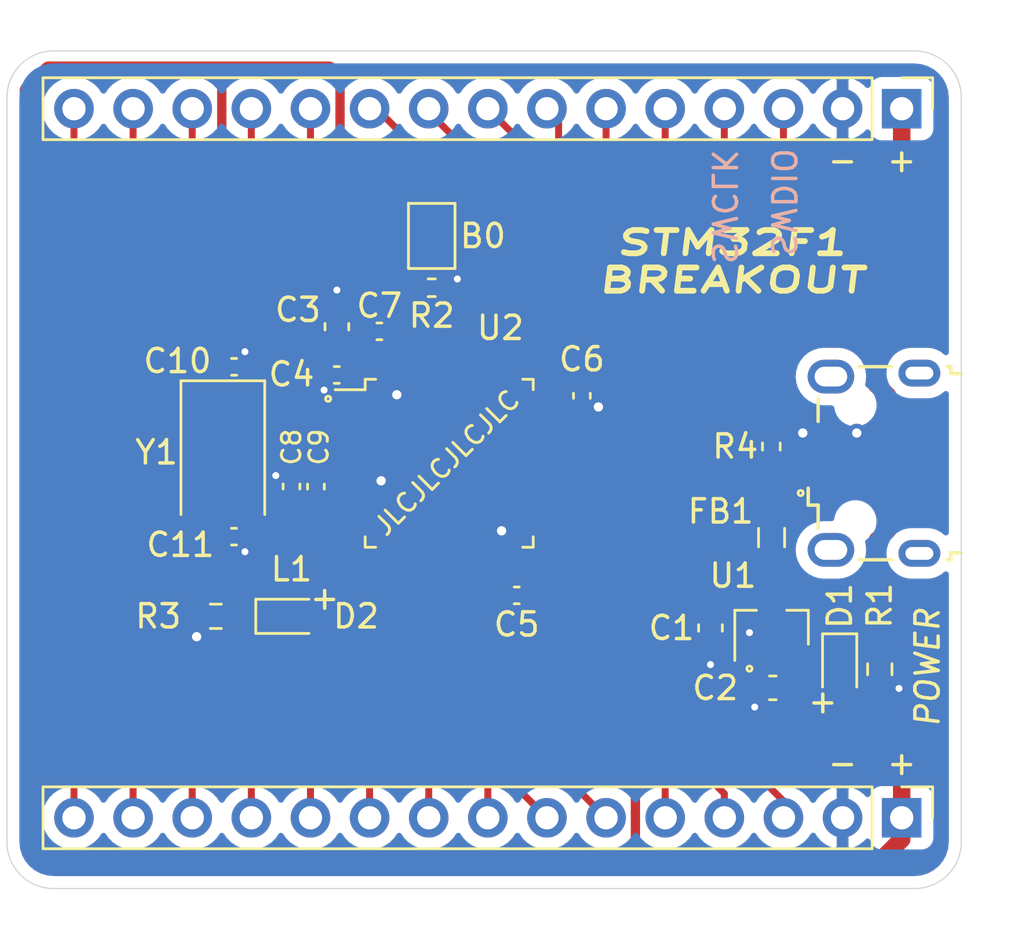
<source format=kicad_pcb>
(kicad_pcb (version 20211014) (generator pcbnew)
  (layers (0 "F.Cu" signal) (31 "B.Cu" signal) (34 "B.Paste" user) (35 "F.Paste" user) (36 "B.SilkS" user "B.Silkscreen") (37 "F.SilkS" user "F.Silkscreen") (38 "B.Mask" user) (39 "F.Mask" user) (44 "Edge.Cuts" user))
  (net 0 "")
  (net 1 "GND")
  (net 2 "VCC")
  (net 3 "+3V3")
  (net 4 "+3.3VA")
  (net 5 "/HSE_OUT")
  (net 6 "/HSE_IN")
  (net 7 "Net-(D1-Pad1)")
  (net 8 "/LED_STAT")
  (net 9 "Net-(D2-Pad1)")
  (net 10 "+5V")
  (net 11 "USB_D+")
  (net 12 "USB_D-")
  (net 13 "PC15")
  (net 14 "PC14")
  (net 15 "PC13")
  (net 16 "PB9")
  (net 17 "PB8")
  (net 18 "PB7")
  (net 19 "PB6")
  (net 20 "PB5")
  (net 21 "PB4")
  (net 22 "SWO")
  (net 23 "SWDIO")
  (net 24 "SWCLK")
  (net 25 "PA3")
  (net 26 "PA4")
  (net 27 "PA5")
  (net 28 "PA6")
  (net 29 "PA7")
  (net 30 "PB0")
  (net 31 "PB1")
  (net 32 "PB2")
  (net 33 "PB10")
  (net 34 "PB11")
  (net 35 "PA8")
  (net 36 "PA9")
  (net 37 "PA10")
  (net 38 "/BOOT0")
  (net 39 "PA15")
  (footprint "Capacitor_SMD:C_0603_1608Metric" (layer "F.Cu") (at 83.225 52.8 -90)
    (fp_text reference "C1" (at 0 1.675) (layer "F.SilkS"))
    (fp_text value "1u")
    (pad "1" smd roundrect locked (at -0.775 0 270) (size 0.9 0.95) (layers "F.Cu" "F.Paste" "F.Mask") (net 2 "VCC"))
    (pad "2" smd roundrect locked (at 0.775 0 270) (size 0.9 0.95) (layers "F.Cu" "F.Paste" "F.Mask") (net 1 "GND"))
  )
  (footprint "Capacitor_SMD:C_0603_1608Metric" (layer "F.Cu") (at 85.9 55.375 180)
    (fp_text reference "C2" (at 2.47 -0.005) (layer "F.SilkS"))
    (fp_text value "1u")
    (pad "1" smd roundrect locked (at -0.775 0 180) (size 0.9 0.95) (layers "F.Cu" "F.Paste" "F.Mask") (net 3 "+3V3"))
    (pad "2" smd roundrect locked (at 0.775 0 180) (size 0.9 0.95) (layers "F.Cu" "F.Paste" "F.Mask") (net 1 "GND"))
  )
  (footprint "Capacitor_SMD:C_0603_1608Metric" (layer "F.Cu") (at 67.175 39.85 90)
    (fp_text reference "C3" (at 0.725 -1.675 180) (layer "F.SilkS"))
    (fp_text value "4u7")
    (pad "1" smd roundrect locked (at -0.775 0 90) (size 0.9 0.95) (layers "F.Cu" "F.Paste" "F.Mask") (net 3 "+3V3"))
    (pad "2" smd roundrect locked (at 0.775 0 90) (size 0.9 0.95) (layers "F.Cu" "F.Paste" "F.Mask") (net 1 "GND"))
  )
  (footprint "Capacitor_SMD:C_0402_1005Metric" (layer "F.Cu") (at 67.17 41.925 180)
    (fp_text reference "C4" (at 1.945 0.025 180) (layer "F.SilkS"))
    (fp_text value "100n")
    (pad "1" smd roundrect locked (at -0.48 0 180) (size 0.56 0.62) (layers "F.Cu" "F.Paste" "F.Mask") (net 3 "+3V3"))
    (pad "2" smd roundrect locked (at 0.48 0 180) (size 0.56 0.62) (layers "F.Cu" "F.Paste" "F.Mask") (net 1 "GND"))
  )
  (footprint "Capacitor_SMD:C_0402_1005Metric" (layer "F.Cu") (at 74.9 51.4 180)
    (fp_text reference "C5" (at 0 -1.25) (layer "F.SilkS"))
    (fp_text value "100n")
    (pad "1" smd roundrect locked (at -0.48 0 180) (size 0.56 0.62) (layers "F.Cu" "F.Paste" "F.Mask") (net 3 "+3V3"))
    (pad "2" smd roundrect locked (at 0.48 0 180) (size 0.56 0.62) (layers "F.Cu" "F.Paste" "F.Mask") (net 1 "GND"))
  )
  (footprint "Capacitor_SMD:C_0402_1005Metric" (layer "F.Cu") (at 77.7 42.82 -90)
    (fp_text reference "C6" (at -1.57 0 180) (layer "F.SilkS"))
    (fp_text value "100n")
    (pad "1" smd roundrect locked (at -0.48 0 270) (size 0.56 0.62) (layers "F.Cu" "F.Paste" "F.Mask") (net 3 "+3V3"))
    (pad "2" smd roundrect locked (at 0.48 0 270) (size 0.56 0.62) (layers "F.Cu" "F.Paste" "F.Mask") (net 1 "GND"))
  )
  (footprint "Capacitor_SMD:C_0402_1005Metric" (layer "F.Cu") (at 69 40.05)
    (fp_text reference "C7" (at 0 -1.1) (layer "F.SilkS"))
    (fp_text value "100n")
    (pad "1" smd roundrect locked (at -0.48 0) (size 0.56 0.62) (layers "F.Cu" "F.Paste" "F.Mask") (net 3 "+3V3"))
    (pad "2" smd roundrect locked (at 0.48 0) (size 0.56 0.62) (layers "F.Cu" "F.Paste" "F.Mask") (net 1 "GND"))
  )
  (footprint "Capacitor_SMD:C_0402_1005Metric" (layer "F.Cu") (at 65.225 46.72 90)
    (fp_text reference "C8" (at 1.695 0 90) (layer "F.SilkS") (effects (font (size 0.8 0.8) (thickness 0.125))))
    (fp_text value "1u")
    (pad "1" smd roundrect locked (at -0.48 0 90) (size 0.56 0.62) (layers "F.Cu" "F.Paste" "F.Mask") (net 4 "+3.3VA"))
    (pad "2" smd roundrect locked (at 0.48 0 90) (size 0.56 0.62) (layers "F.Cu" "F.Paste" "F.Mask") (net 1 "GND"))
  )
  (footprint "Capacitor_SMD:C_0402_1005Metric" (layer "F.Cu") (at 62.76 41.575)
    (fp_text reference "C10" (at -2.435 -0.25) (layer "F.SilkS"))
    (fp_text value "30p")
    (pad "1" smd roundrect locked (at -0.48 0) (size 0.56 0.62) (layers "F.Cu" "F.Paste" "F.Mask") (net 5 "/HSE_OUT"))
    (pad "2" smd roundrect locked (at 0.48 0) (size 0.56 0.62) (layers "F.Cu" "F.Paste" "F.Mask") (net 1 "GND"))
  )
  (footprint "Capacitor_SMD:C_0402_1005Metric" (layer "F.Cu") (at 62.755 48.875)
    (fp_text reference "C11" (at -2.305 0.35) (layer "F.SilkS"))
    (fp_text value "30p")
    (pad "1" smd roundrect locked (at -0.48 0) (size 0.56 0.62) (layers "F.Cu" "F.Paste" "F.Mask") (net 6 "/HSE_IN"))
    (pad "2" smd roundrect locked (at 0.48 0) (size 0.56 0.62) (layers "F.Cu" "F.Paste" "F.Mask") (net 1 "GND"))
  )
  (footprint "LED_SMD:LED_0603_1608Metric" (layer "F.Cu") (at 88.775 54.5375 -90)
    (fp_text reference "D1" (at -2.6875 -0.005 90) (layer "F.SilkS"))
    (fp_text value "GREEN")
    (pad "1" smd roundrect locked (at -0.7875 0 270) (size 0.875 0.95) (layers "F.Cu" "F.Paste" "F.Mask") (net 7 "Net-(D1-Pad1)"))
    (pad "2" smd roundrect locked (at 0.7875 0 270) (size 0.875 0.95) (layers "F.Cu" "F.Paste" "F.Mask") (net 3 "+3V3"))
  )
  (footprint "LED_SMD:LED_0603_1608Metric" (layer "F.Cu") (at 65.175 52.3)
    (fp_text reference "D2" (at 2.825 0) (layer "F.SilkS"))
    (fp_text value "BLUE")
    (pad "1" smd roundrect locked (at -0.7875 0) (size 0.875 0.95) (layers "F.Cu" "F.Paste" "F.Mask") (net 9 "Net-(D2-Pad1)"))
    (pad "2" smd roundrect locked (at 0.7875 0) (size 0.875 0.95) (layers "F.Cu" "F.Paste" "F.Mask") (net 8 "/LED_STAT"))
  )
  (footprint "Inductor_SMD:L_0805_2012Metric" (layer "F.Cu") (at 85.85 48.9175 90)
    (fp_text reference "FB1" (at 1.1275 -2.19) (layer "F.SilkS"))
    (fp_text value "100R")
    (pad "1" smd roundrect locked (at -1.0625 0 90) (size 0.875 1.2) (layers "F.Cu" "F.Paste" "F.Mask") (net 2 "VCC"))
    (pad "2" smd roundrect locked (at 1.0625 0 90) (size 0.875 1.2) (layers "F.Cu" "F.Paste" "F.Mask") (net 10 "+5V"))
  )
  (footprint "Connector_PinHeader_2.54mm:PinHeader_1x15_P2.54mm_Vertical" (layer "F.Cu") (at 91.44 30.48 -90)
    (fp_text reference "J2")
    (fp_text value "Conn_01x15")
    (pad "1" thru_hole rect locked (at 0 0 270) (size 1.7 1.7) (drill 1) (layers *.Cu *.Mask) (net 3 "+3V3"))
    (pad "2" thru_hole oval locked (at 0 2.54 270) (size 1.7 1.7) (drill 1) (layers *.Cu *.Mask) (net 1 "GND"))
    (pad "3" thru_hole oval locked (at 0 5.08 270) (size 1.7 1.7) (drill 1) (layers *.Cu *.Mask) (net 23 "SWDIO"))
    (pad "4" thru_hole oval locked (at 0 7.62 270) (size 1.7 1.7) (drill 1) (layers *.Cu *.Mask) (net 24 "SWCLK"))
    (pad "5" thru_hole oval locked (at 0 10.16 270) (size 1.7 1.7) (drill 1) (layers *.Cu *.Mask) (net 39 "PA15"))
    (pad "6" thru_hole oval locked (at 0 12.7 270) (size 1.7 1.7) (drill 1) (layers *.Cu *.Mask) (net 22 "SWO"))
    (pad "7" thru_hole oval locked (at 0 15.24 270) (size 1.7 1.7) (drill 1) (layers *.Cu *.Mask) (net 21 "PB4"))
    (pad "8" thru_hole oval locked (at 0 17.78 270) (size 1.7 1.7) (drill 1) (layers *.Cu *.Mask) (net 20 "PB5"))
    (pad "9" thru_hole oval locked (at 0 20.32 270) (size 1.7 1.7) (drill 1) (layers *.Cu *.Mask) (net 19 "PB6"))
    (pad "10" thru_hole oval locked (at 0 22.86 270) (size 1.7 1.7) (drill 1) (layers *.Cu *.Mask) (net 18 "PB7"))
    (pad "11" thru_hole oval locked (at 0 25.4 270) (size 1.7 1.7) (drill 1) (layers *.Cu *.Mask) (net 17 "PB8"))
    (pad "12" thru_hole oval locked (at 0 27.94 270) (size 1.7 1.7) (drill 1) (layers *.Cu *.Mask) (net 16 "PB9"))
    (pad "13" thru_hole oval locked (at 0 30.48 270) (size 1.7 1.7) (drill 1) (layers *.Cu *.Mask) (net 15 "PC13"))
    (pad "14" thru_hole oval locked (at 0 33.02 270) (size 1.7 1.7) (drill 1) (layers *.Cu *.Mask) (net 14 "PC14"))
    (pad "15" thru_hole oval locked (at 0 35.56 270) (size 1.7 1.7) (drill 1) (layers *.Cu *.Mask) (net 13 "PC15"))
  )
  (footprint "Jumper:SolderJumper-2_P1.3mm_Open_Pad1.0x1.5mm" (layer "F.Cu") (at 71.25 35.95 -90)
    (fp_text reference "JP1")
    (fp_text value "SolderJumper_2_Open")
    (pad "1" smd rect locked (at -0.65 0 270) (size 1 1.5) (layers "F.Cu" "F.Mask") (net 3 "+3V3"))
    (pad "2" smd rect locked (at 0.65 0 270) (size 1 1.5) (layers "F.Cu" "F.Mask") (net 38 "/BOOT0"))
  )
  (footprint "Inductor_SMD:L_0402_1005Metric" (layer "F.Cu") (at 65.225 48.685 90)
    (fp_text reference "L1" (at -1.59 0 180) (layer "F.SilkS"))
    (fp_text value "27n")
    (pad "1" smd roundrect locked (at -0.485 0 90) (size 0.59 0.64) (layers "F.Cu" "F.Paste" "F.Mask") (net 3 "+3V3"))
    (pad "2" smd roundrect locked (at 0.485 0 90) (size 0.59 0.64) (layers "F.Cu" "F.Paste" "F.Mask") (net 4 "+3.3VA"))
  )
  (footprint "Resistor_SMD:R_0603_1608Metric" (layer "F.Cu") (at 90.5 54.575 -90)
    (fp_text reference "R1" (at -2.735 0.01 90) (layer "F.SilkS"))
    (fp_text value "1k5")
    (pad "1" smd roundrect locked (at -0.825 0 270) (size 0.8 0.95) (layers "F.Cu" "F.Paste" "F.Mask") (net 7 "Net-(D1-Pad1)"))
    (pad "2" smd roundrect locked (at 0.825 0 270) (size 0.8 0.95) (layers "F.Cu" "F.Paste" "F.Mask") (net 1 "GND"))
  )
  (footprint "Resistor_SMD:R_0402_1005Metric" (layer "F.Cu") (at 71.25 38.175)
    (fp_text reference "R2" (at 0 1.2) (layer "F.SilkS"))
    (fp_text value "10k")
    (pad "1" smd roundrect locked (at -0.51 0) (size 0.54 0.64) (layers "F.Cu" "F.Paste" "F.Mask") (net 38 "/BOOT0"))
    (pad "2" smd roundrect locked (at 0.51 0) (size 0.54 0.64) (layers "F.Cu" "F.Paste" "F.Mask") (net 1 "GND"))
  )
  (footprint "Resistor_SMD:R_0603_1608Metric" (layer "F.Cu") (at 61.975 52.3 180)
    (fp_text reference "R3" (at 2.475 0) (layer "F.SilkS"))
    (fp_text value "1k5")
    (pad "1" smd roundrect locked (at -0.825 0 180) (size 0.8 0.95) (layers "F.Cu" "F.Paste" "F.Mask") (net 9 "Net-(D2-Pad1)"))
    (pad "2" smd roundrect locked (at 0.825 0 180) (size 0.8 0.95) (layers "F.Cu" "F.Paste" "F.Mask") (net 1 "GND"))
  )
  (footprint "Package_TO_SOT_SMD:SOT-23" (layer "F.Cu") (at 85.85 52.8 90)
    (fp_text reference "U1" (at 2.25 -1.66 180) (layer "F.SilkS"))
    (fp_text value "XC6206P332MR")
    (pad "1" smd rect locked (at -1 -0.95 90) (size 0.9 0.8) (layers "F.Cu" "F.Paste" "F.Mask") (net 1 "GND"))
    (pad "2" smd rect locked (at -1 0.95 90) (size 0.9 0.8) (layers "F.Cu" "F.Paste" "F.Mask") (net 3 "+3V3"))
    (pad "3" smd rect locked (at 1 0 90) (size 0.9 0.8) (layers "F.Cu" "F.Paste" "F.Mask") (net 2 "VCC"))
  )
  (footprint "Package_QFP:LQFP-48_7x7mm_P0.5mm" (layer "F.Cu") (at 72 45.72)
    (fp_text reference "U2" (at 2.2 -5.82) (layer "F.SilkS"))
    (fp_text value "STM32F103C8T6")
    (pad "1" smd roundrect locked (at -4.1625 -2.75) (size 1.475 0.3) (layers "F.Cu" "F.Paste" "F.Mask") (net 3 "+3V3"))
    (pad "2" smd roundrect locked (at -4.1625 -2.25) (size 1.475 0.3) (layers "F.Cu" "F.Paste" "F.Mask") (net 15 "PC13"))
    (pad "3" smd roundrect locked (at -4.1625 -1.75) (size 1.475 0.3) (layers "F.Cu" "F.Paste" "F.Mask") (net 14 "PC14"))
    (pad "4" smd roundrect locked (at -4.1625 -1.25) (size 1.475 0.3) (layers "F.Cu" "F.Paste" "F.Mask") (net 13 "PC15"))
    (pad "5" smd roundrect locked (at -4.1625 -0.75) (size 1.475 0.3) (layers "F.Cu" "F.Paste" "F.Mask") (net 5 "/HSE_OUT"))
    (pad "6" smd roundrect locked (at -4.1625 -0.25) (size 1.475 0.3) (layers "F.Cu" "F.Paste" "F.Mask") (net 6 "/HSE_IN"))
    (pad "7" smd roundrect locked (at -4.1625 0.25) (size 1.475 0.3) (layers "F.Cu" "F.Paste" "F.Mask"))
    (pad "8" smd roundrect locked (at -4.1625 0.75) (size 1.475 0.3) (layers "F.Cu" "F.Paste" "F.Mask") (net 1 "GND"))
    (pad "9" smd roundrect locked (at -4.1625 1.25) (size 1.475 0.3) (layers "F.Cu" "F.Paste" "F.Mask") (net 4 "+3.3VA"))
    (pad "10" smd roundrect locked (at -4.1625 1.75) (size 1.475 0.3) (layers "F.Cu" "F.Paste" "F.Mask"))
    (pad "11" smd roundrect locked (at -4.1625 2.25) (size 1.475 0.3) (layers "F.Cu" "F.Paste" "F.Mask") (net 8 "/LED_STAT"))
    (pad "12" smd roundrect locked (at -4.1625 2.75) (size 1.475 0.3) (layers "F.Cu" "F.Paste" "F.Mask"))
    (pad "13" smd roundrect locked (at -2.75 4.1625) (size 0.3 1.475) (layers "F.Cu" "F.Paste" "F.Mask") (net 25 "PA3"))
    (pad "14" smd roundrect locked (at -2.25 4.1625) (size 0.3 1.475) (layers "F.Cu" "F.Paste" "F.Mask") (net 26 "PA4"))
    (pad "15" smd roundrect locked (at -1.75 4.1625) (size 0.3 1.475) (layers "F.Cu" "F.Paste" "F.Mask") (net 27 "PA5"))
    (pad "16" smd roundrect locked (at -1.25 4.1625) (size 0.3 1.475) (layers "F.Cu" "F.Paste" "F.Mask") (net 28 "PA6"))
    (pad "17" smd roundrect locked (at -0.75 4.1625) (size 0.3 1.475) (layers "F.Cu" "F.Paste" "F.Mask") (net 29 "PA7"))
    (pad "18" smd roundrect locked (at -0.25 4.1625) (size 0.3 1.475) (layers "F.Cu" "F.Paste" "F.Mask") (net 30 "PB0"))
    (pad "19" smd roundrect locked (at 0.25 4.1625) (size 0.3 1.475) (layers "F.Cu" "F.Paste" "F.Mask") (net 31 "PB1"))
    (pad "20" smd roundrect locked (at 0.75 4.1625) (size 0.3 1.475) (layers "F.Cu" "F.Paste" "F.Mask") (net 32 "PB2"))
    (pad "21" smd roundrect locked (at 1.25 4.1625) (size 0.3 1.475) (layers "F.Cu" "F.Paste" "F.Mask") (net 33 "PB10"))
    (pad "22" smd roundrect locked (at 1.75 4.1625) (size 0.3 1.475) (layers "F.Cu" "F.Paste" "F.Mask") (net 34 "PB11"))
    (pad "23" smd roundrect locked (at 2.25 4.1625) (size 0.3 1.475) (layers "F.Cu" "F.Paste" "F.Mask") (net 1 "GND"))
    (pad "24" smd roundrect locked (at 2.75 4.1625) (size 0.3 1.475) (layers "F.Cu" "F.Paste" "F.Mask") (net 3 "+3V3"))
    (pad "25" smd roundrect locked (at 4.1625 2.75) (size 1.475 0.3) (layers "F.Cu" "F.Paste" "F.Mask"))
    (pad "26" smd roundrect locked (at 4.1625 2.25) (size 1.475 0.3) (layers "F.Cu" "F.Paste" "F.Mask"))
    (pad "27" smd roundrect locked (at 4.1625 1.75) (size 1.475 0.3) (layers "F.Cu" "F.Paste" "F.Mask"))
    (pad "28" smd roundrect locked (at 4.1625 1.25) (size 1.475 0.3) (layers "F.Cu" "F.Paste" "F.Mask"))
    (pad "29" smd roundrect locked (at 4.1625 0.75) (size 1.475 0.3) (layers "F.Cu" "F.Paste" "F.Mask") (net 35 "PA8"))
    (pad "30" smd roundrect locked (at 4.1625 0.25) (size 1.475 0.3) (layers "F.Cu" "F.Paste" "F.Mask") (net 36 "PA9"))
    (pad "31" smd roundrect locked (at 4.1625 -0.25) (size 1.475 0.3) (layers "F.Cu" "F.Paste" "F.Mask") (net 37 "PA10"))
    (pad "32" smd roundrect locked (at 4.1625 -0.75) (size 1.475 0.3) (layers "F.Cu" "F.Paste" "F.Mask") (net 12 "USB_D-"))
    (pad "33" smd roundrect locked (at 4.1625 -1.25) (size 1.475 0.3) (layers "F.Cu" "F.Paste" "F.Mask") (net 11 "USB_D+"))
    (pad "34" smd roundrect locked (at 4.1625 -1.75) (size 1.475 0.3) (layers "F.Cu" "F.Paste" "F.Mask") (net 23 "SWDIO"))
    (pad "35" smd roundrect locked (at 4.1625 -2.25) (size 1.475 0.3) (layers "F.Cu" "F.Paste" "F.Mask") (net 1 "GND"))
    (pad "36" smd roundrect locked (at 4.1625 -2.75) (size 1.475 0.3) (layers "F.Cu" "F.Paste" "F.Mask") (net 3 "+3V3"))
    (pad "37" smd roundrect locked (at 2.75 -4.1625) (size 0.3 1.475) (layers "F.Cu" "F.Paste" "F.Mask") (net 24 "SWCLK"))
    (pad "38" smd roundrect locked (at 2.25 -4.1625) (size 0.3 1.475) (layers "F.Cu" "F.Paste" "F.Mask") (net 39 "PA15"))
    (pad "39" smd roundrect locked (at 1.75 -4.1625) (size 0.3 1.475) (layers "F.Cu" "F.Paste" "F.Mask") (net 22 "SWO"))
    (pad "40" smd roundrect locked (at 1.25 -4.1625) (size 0.3 1.475) (layers "F.Cu" "F.Paste" "F.Mask") (net 21 "PB4"))
    (pad "41" smd roundrect locked (at 0.75 -4.1625) (size 0.3 1.475) (layers "F.Cu" "F.Paste" "F.Mask") (net 20 "PB5"))
    (pad "42" smd roundrect locked (at 0.25 -4.1625) (size 0.3 1.475) (layers "F.Cu" "F.Paste" "F.Mask") (net 19 "PB6"))
    (pad "43" smd roundrect locked (at -0.25 -4.1625) (size 0.3 1.475) (layers "F.Cu" "F.Paste" "F.Mask") (net 18 "PB7"))
    (pad "44" smd roundrect locked (at -0.75 -4.1625) (size 0.3 1.475) (layers "F.Cu" "F.Paste" "F.Mask") (net 38 "/BOOT0"))
    (pad "45" smd roundrect locked (at -1.25 -4.1625) (size 0.3 1.475) (layers "F.Cu" "F.Paste" "F.Mask") (net 17 "PB8"))
    (pad "46" smd roundrect locked (at -1.75 -4.1625) (size 0.3 1.475) (layers "F.Cu" "F.Paste" "F.Mask") (net 16 "PB9"))
    (pad "47" smd roundrect locked (at -2.25 -4.1625) (size 0.3 1.475) (layers "F.Cu" "F.Paste" "F.Mask") (net 1 "GND"))
    (pad "48" smd roundrect locked (at -2.75 -4.1625) (size 0.3 1.475) (layers "F.Cu" "F.Paste" "F.Mask") (net 3 "+3V3"))
  )
  (footprint "Crystal:Crystal_SMD_5032-2Pin_5.0x3.2mm" (layer "F.Cu") (at 62.275 45.225 -90)
    (fp_text reference "Y1" (at 0.025 2.85) (layer "F.SilkS"))
    (fp_text value "8MHz")
    (pad "1" smd rect locked (at -1.85 0 270) (size 2 2.4) (layers "F.Cu" "F.Paste" "F.Mask") (net 5 "/HSE_OUT"))
    (pad "2" smd rect locked (at 1.85 0 270) (size 2 2.4) (layers "F.Cu" "F.Paste" "F.Mask") (net 6 "/HSE_IN"))
  )
  (footprint "Connector_USB:USB_Micro-B_Wuerth_629105150521" (layer "F.Cu") (at 90.25 45.72 90)
    (fp_text reference "J1")
    (fp_text value "USB_B_Micro")
    (pad "" np_thru_hole oval locked (at -2.5 -0.8 90) (size 0.8 0.8) (drill 0.8) (layers *.Cu *.Mask))
    (pad "" np_thru_hole oval locked (at 2.5 -0.8 90) (size 0.8 0.8) (drill 0.8) (layers *.Cu *.Mask))
    (pad "1" smd rect locked (at -1.3 -1.9 90) (size 0.45 1.3) (layers "F.Cu" "F.Paste" "F.Mask") (net 10 "+5V"))
    (pad "2" smd rect locked (at -0.65 -1.9 90) (size 0.45 1.3) (layers "F.Cu" "F.Paste" "F.Mask") (net 12 "USB_D-"))
    (pad "3" smd rect locked (at 0 -1.9 90) (size 0.45 1.3) (layers "F.Cu" "F.Paste" "F.Mask") (net 11 "USB_D+"))
    (pad "4" smd rect locked (at 0.65 -1.9 90) (size 0.45 1.3) (layers "F.Cu" "F.Paste" "F.Mask"))
    (pad "5" smd rect locked (at 1.3 -1.9 90) (size 0.45 1.3) (layers "F.Cu" "F.Paste" "F.Mask") (net 1 "GND"))
    (pad "6" thru_hole oval locked (at 3.725 -1.85 90) (size 1.45 2) (drill oval 0.85 1.4) (layers *.Cu *.Mask))
    (pad "6" thru_hole oval locked (at 3.875 1.95 90) (size 1.15 1.8) (drill oval 0.55 1.2) (layers *.Cu *.Mask))
    (pad "6" thru_hole oval locked (at -3.725 -1.85 90) (size 1.45 2) (drill oval 0.85 1.4) (layers *.Cu *.Mask))
    (pad "6" thru_hole oval locked (at -3.875 1.95 90) (size 1.15 1.8) (drill oval 0.55 1.2) (layers *.Cu *.Mask))
  )
  (footprint "Capacitor_SMD:C_0402_1005Metric" (layer "F.Cu") (at 66.275 46.725 90)
    (fp_text reference "C9" (at 1.7 0.125 90) (layer "F.SilkS") (effects (font (size 0.8 0.8) (thickness 0.125))))
    (fp_text value "100n")
    (pad "1" smd roundrect locked (at -0.48 0 90) (size 0.56 0.62) (layers "F.Cu" "F.Paste" "F.Mask") (net 4 "+3.3VA"))
    (pad "2" smd roundrect locked (at 0.48 0 90) (size 0.56 0.62) (layers "F.Cu" "F.Paste" "F.Mask") (net 1 "GND"))
  )
  (footprint "Resistor_SMD:R_0402_1005Metric" (layer "F.Cu") (at 85.84 45 -90)
    (fp_text reference "R4" (at 0 1.55 180) (layer "F.SilkS"))
    (fp_text value "1k5")
    (pad "1" smd roundrect locked (at -0.51 0 270) (size 0.54 0.64) (layers "F.Cu" "F.Paste" "F.Mask") (net 3 "+3V3"))
    (pad "2" smd roundrect locked (at 0.51 0 270) (size 0.54 0.64) (layers "F.Cu" "F.Paste" "F.Mask") (net 11 "USB_D+"))
  )
  (footprint "Connector_PinHeader_2.54mm:PinHeader_1x15_P2.54mm_Vertical" (layer "F.Cu") (at 91.44 60.96 -90)
    (fp_text reference "J3")
    (fp_text value "Conn_01x15")
    (pad "1" thru_hole rect locked (at 0 0 270) (size 1.7 1.7) (drill 1) (layers *.Cu *.Mask) (net 3 "+3V3"))
    (pad "2" thru_hole oval locked (at 0 2.54 270) (size 1.7 1.7) (drill 1) (layers *.Cu *.Mask) (net 1 "GND"))
    (pad "3" thru_hole oval locked (at 0 5.08 270) (size 1.7 1.7) (drill 1) (layers *.Cu *.Mask) (net 37 "PA10"))
    (pad "4" thru_hole oval locked (at 0 7.62 270) (size 1.7 1.7) (drill 1) (layers *.Cu *.Mask) (net 36 "PA9"))
    (pad "5" thru_hole oval locked (at 0 10.16 270) (size 1.7 1.7) (drill 1) (layers *.Cu *.Mask) (net 35 "PA8"))
    (pad "6" thru_hole oval locked (at 0 12.7 270) (size 1.7 1.7) (drill 1) (layers *.Cu *.Mask) (net 34 "PB11"))
    (pad "7" thru_hole oval locked (at 0 15.24 270) (size 1.7 1.7) (drill 1) (layers *.Cu *.Mask) (net 33 "PB10"))
    (pad "8" thru_hole oval locked (at 0 17.78 270) (size 1.7 1.7) (drill 1) (layers *.Cu *.Mask) (net 32 "PB2"))
    (pad "9" thru_hole oval locked (at 0 20.32 270) (size 1.7 1.7) (drill 1) (layers *.Cu *.Mask) (net 31 "PB1"))
    (pad "10" thru_hole oval locked (at 0 22.86 270) (size 1.7 1.7) (drill 1) (layers *.Cu *.Mask) (net 30 "PB0"))
    (pad "11" thru_hole oval locked (at 0 25.4 270) (size 1.7 1.7) (drill 1) (layers *.Cu *.Mask) (net 29 "PA7"))
    (pad "12" thru_hole oval locked (at 0 27.94 270) (size 1.7 1.7) (drill 1) (layers *.Cu *.Mask) (net 28 "PA6"))
    (pad "13" thru_hole oval locked (at 0 30.48 270) (size 1.7 1.7) (drill 1) (layers *.Cu *.Mask) (net 27 "PA5"))
    (pad "14" thru_hole oval locked (at 0 33.02 270) (size 1.7 1.7) (drill 1) (layers *.Cu *.Mask) (net 26 "PA4"))
    (pad "15" thru_hole oval locked (at 0 35.56 270) (size 1.7 1.7) (drill 1) (layers *.Cu *.Mask) (net 25 "PA3"))
  )
  (gr_circle (center 84.9 54.55) (end 84.9 54.6) (layer "F.SilkS") (width 0.12) (fill none))
  (gr_circle (center 66.8 42.95) (end 66.8 43) (layer "F.SilkS") (width 0.12) (fill none))
  (gr_circle (center 87.1 47) (end 87.1 47.05) (layer "F.SilkS") (width 0.12) (fill none))
  (gr_line (start 55 28) (end 92 28) (layer "Edge.Cuts") (width 0.05))
  (gr_arc (start 53 30) (mid 53.585786 28.585786) (end 55 28) (layer "Edge.Cuts") (width 0.05))
  (gr_line (start 53 62) (end 53 30) (layer "Edge.Cuts") (width 0.05))
  (gr_line (start 94 30) (end 94 62) (layer "Edge.Cuts") (width 0.05))
  (gr_arc (start 92 28) (mid 93.414214 28.585786) (end 94 30) (layer "Edge.Cuts") (width 0.05))
  (gr_line (start 92 64) (end 55 64) (layer "Edge.Cuts") (width 0.05))
  (gr_arc (start 55 64) (mid 53.585786 63.414214) (end 53 62) (layer "Edge.Cuts") (width 0.05))
  (gr_arc (start 94 62) (mid 93.414214 63.414214) (end 92 64) (layer "Edge.Cuts") (width 0.05))
  (gr_text "SWDIO\n" (at 86.35 34.5 270) (layer "B.SilkS") (effects (font (size 1 1)) (justify mirror)))
  (gr_text "SWCLK" (at 83.8 34.7 270) (layer "B.SilkS") (effects (font (size 1 1)) (justify mirror)))
  (gr_text "-" (at 88.9 58.6) (layer "F.SilkS") (effects (font (size 1 1))))
  (gr_text "+" (at 88.05 55.95) (layer "F.SilkS") (effects (font (size 1 1))))
  (gr_text "+" (at 91.44 58.6) (layer "F.SilkS") (effects (font (size 1 1))))
  (gr_text "STM32F1\nBREAKOUT" (at 84.15 37.05) (layer "F.SilkS") (effects (font (size 1 1.5) (thickness 0.25) italic)))
  (gr_text "+" (at 91.44 32.69) (layer "F.SilkS") (effects (font (size 1 1))))
  (gr_text "JLCJLCJLCJLC" (at 71.9 45.7 45) (layer "F.SilkS") (effects (font (size 0.8 0.8) (thickness 0.125))))
  (gr_text "B0" (at 73.45 35.95) (layer "F.SilkS") (effects (font (size 1 1))))
  (gr_text "-" (at 88.9 32.69) (layer "F.SilkS") (effects (font (size 1 1))))
  (gr_text "POWER" (at 92.55 54.5 90) (layer "F.SilkS") (effects (font (size 1 1) (thickness 0.15) italic)))
  (gr_text "+" (at 66.65 51.5) (layer "F.SilkS") (effects (font (size 1 1))))
  (segment (start 83.275 53.625) (end 83.225 53.575) (width 0.75) (layer "F.Cu") (net 1))
  (segment (start 84.9 53.8) (end 83.45 53.8) (width 0.75) (layer "F.Cu") (net 1))
  (segment (start 67.175 38.275) (end 67.175 39.075) (width 0.5) (layer "F.Cu") (net 1))
  (segment (start 69.07 46.47) (end 69.075 46.475) (width 0.3) (layer "F.Cu") (net 1))
  (segment (start 84.9 55.15) (end 85.125 55.375) (width 0.75) (layer "F.Cu") (net 1))
  (segment (start 72.35 37.8) (end 72.135 37.8) (width 0.5) (layer "F.Cu") (net 1))
  (segment (start 77.7 43.3) (end 78.41 43.3) (width 0.5) (layer "F.Cu") (net 1))
  (segment (start 67.8375 46.47) (end 69.07 46.47) (width 0.3) (layer "F.Cu") (net 1))
  (segment (start 74.25 51.23) (end 74.42 51.4) (width 0.3) (layer "F.Cu") (net 1))
  (segment (start 69.75 41.5575) (end 69.75 40.32) (width 0.3) (layer "F.Cu") (net 1))
  (segment (start 67.8375 46.47) (end 66.5 46.47) (width 0.3) (layer "F.Cu") (net 1))
  (segment (start 63.235 48.875) (end 63.235 49.515) (width 0.5) (layer "F.Cu") (net 1))
  (segment (start 76.1625 43.47) (end 77.53 43.47) (width 0.3) (layer "F.Cu") (net 1))
  (segment (start 63.24 40.94) (end 63.225 40.925) (width 0.5) (layer "F.Cu") (net 1))
  (segment (start 66.5 46.47) (end 66.275 46.245) (width 0.3) (layer "F.Cu") (net 1))
  (segment (start 85.125 55.375) (end 85.125 56.2) (width 0.75) (layer "F.Cu") (net 1))
  (segment (start 84.9 53.8) (end 84.9 55.15) (width 0.75) (layer "F.Cu") (net 1))
  (segment (start 66.275 46.245) (end 64.555 46.245) (width 0.5) (layer "F.Cu") (net 1))
  (segment (start 63.235 49.515) (end 63.225 49.525) (width 0.5) (layer "F.Cu") (net 1))
  (segment (start 63.24 41.575) (end 63.24 40.94) (width 0.5) (layer "F.Cu") (net 1))
  (segment (start 69.75 41.5575) (end 69.75 42.775) (width 0.3) (layer "F.Cu") (net 1))
  (segment (start 83.225 53.575) (end 83.225 54.375) (width 0.75) (layer "F.Cu") (net 1))
  (segment (start 87.19 44.42) (end 89.51 44.42) (width 0.4) (layer "F.Cu") (net 1))
  (segment (start 66.625 41.99) (end 66.69 41.925) (width 0.5) (layer "F.Cu") (net 1))
  (segment (start 72.135 37.8) (end 71.76 38.175) (width 0.5) (layer "F.Cu") (net 1))
  (segment (start 77.53 43.47) (end 77.7 43.3) (width 0.3) (layer "F.Cu") (net 1))
  (segment (start 90.5 55.4) (end 91.29999 55.4) (width 0.75) (layer "F.Cu") (net 1))
  (segment (start 66.625 42.575) (end 66.625 41.99) (width 0.5) (layer "F.Cu") (net 1))
  (segment (start 64.555 46.245) (end 64.55 46.25) (width 0.5) (layer "F.Cu") (net 1))
  (segment (start 74.25 49.8825) (end 74.25 51.23) (width 0.3) (layer "F.Cu") (net 1))
  (segment (start 84.9 53.8) (end 84.9 53) (width 0.75) (layer "F.Cu") (net 1))
  (segment (start 74.25 49.8825) (end 74.25 48.625) (width 0.3) (layer "F.Cu") (net 1))
  (segment (start 61.15 52.3) (end 61.15 53.175) (width 0.5) (layer "F.Cu") (net 1))
  (segment (start 69.75 40.32) (end 69.48 40.05) (width 0.3) (layer "F.Cu") (net 1))
  (segment (start 83.45 53.8) (end 83.275 53.625) (width 0.75) (layer "F.Cu") (net 1))
  (via (at 85.125 56.2) (size 0.7) (drill 0.3) (layers "F.Cu" "B.Cu") (net 1))
  (via (at 87.19 44.42) (size 0.8) (drill 0.4) (layers "F.Cu" "B.Cu") (net 1))
  (via (at 83.225 54.375) (size 0.7) (drill 0.3) (layers "F.Cu" "B.Cu") (net 1))
  (via (at 64.55 46.25) (size 0.7) (drill 0.3) (layers "F.Cu" "B.Cu") (net 1))
  (via (at 63.225 49.525) (size 0.7) (drill 0.3) (layers "F.Cu" "B.Cu") (net 1))
  (via (at 67.175 38.275) (size 0.7) (drill 0.3) (layers "F.Cu" "B.Cu") (net 1))
  (via (at 84.9 53) (size 0.7) (drill 0.3) (layers "F.Cu" "B.Cu") (net 1))
  (via (at 63.225 40.925) (size 0.7) (drill 0.3) (layers "F.Cu" "B.Cu") (net 1))
  (via (at 74.25 48.625) (size 0.8) (drill 0.4) (layers "F.Cu" "B.Cu") (net 1))
  (via (at 69.075 46.475) (size 0.8) (drill 0.4) (layers "F.Cu" "B.Cu") (net 1))
  (via (at 78.41 43.3) (size 0.8) (drill 0.4) (layers "F.Cu" "B.Cu") (net 1))
  (via (at 66.625 42.575) (size 0.7) (drill 0.3) (layers "F.Cu" "B.Cu") (net 1))
  (via (at 61.15 53.175) (size 0.8) (drill 0.4) (layers "F.Cu" "B.Cu") (net 1))
  (via (at 91.325 55.4) (size 0.7) (drill 0.3) (layers "F.Cu" "B.Cu") (net 1))
  (via (at 89.51 44.42) (size 0.8) (drill 0.4) (layers "F.Cu" "B.Cu") (net 1))
  (via (at 69.75 42.775) (size 0.8) (drill 0.4) (layers "F.Cu" "B.Cu") (net 1))
  (via (at 72.35 37.8) (size 0.7) (drill 0.3) (layers "F.Cu" "B.Cu") (net 1))
  (segment (start 85.85 49.98) (end 85.85 51.8) (width 0.75) (layer "F.Cu") (net 2))
  (segment (start 84.3 51.8) (end 83.45 51.8) (width 0.75) (layer "F.Cu") (net 2))
  (segment (start 85.85 51.8) (end 85.45 51.8) (width 0.75) (layer "F.Cu") (net 2))
  (segment (start 83.45 51.8) (end 83.225 52.025) (width 0.75) (layer "F.Cu") (net 2))
  (segment (start 85.85 51.8) (end 84.3 51.8) (width 0.75) (layer "F.Cu") (net 2))
  (segment (start 86.675 56.75) (end 87.85 57.925) (width 0.75) (layer "F.Cu") (net 3))
  (segment (start 85.84 40.69) (end 85.84 43.63) (width 0.75) (layer "F.Cu") (net 3))
  (segment (start 67.8375 42.1125) (end 67.65 41.925) (width 0.3) (layer "F.Cu") (net 3))
  (segment (start 86.725 55.325) (end 86.675 55.375) (width 0.75) (layer "F.Cu") (net 3))
  (segment (start 77.56 42.34) (end 77.7 42.34) (width 0.3) (layer "F.Cu") (net 3))
  (segment (start 92.71 56.58) (end 92.71 53.2) (width 0.75) (layer "F.Cu") (net 3))
  (segment (start 66.485 28.825) (end 66.825 28.825) (width 0.75) (layer "F.Cu") (net 3))
  (segment (start 53.925 53.5) (end 56.775 50.65) (width 0.75) (layer "F.Cu") (net 3))
  (segment (start 74.75 49.8825) (end 74.75 50.65) (width 0.3) (layer "F.Cu") (net 3))
  (segment (start 66.225 40.075) (end 66.225 37.935) (width 0.4) (layer "F.Cu") (net 3))
  (segment (start 77.83 54.85) (end 77.83 57.54) (width 0.4) (layer "F.Cu") (net 3))
  (segment (start 54.8 28.825) (end 62.415 28.825) (width 0.75) (layer "F.Cu") (net 3))
  (segment (start 76.1625 42.97) (end 76.93 42.97) (width 0.3) (layer "F.Cu") (net 3))
  (segment (start 79.955 62.975) (end 55 62.975) (width 0.75) (layer "F.Cu") (net 3))
  (segment (start 67.8375 42.97) (end 67.8375 42.1125) (width 0.3) (layer "F.Cu") (net 3))
  (segment (start 81.36 39.61) (end 86.85 39.61) (width 0.75) (layer "F.Cu") (net 3))
  (segment (start 53.925 29.7) (end 54.8 28.825) (width 0.75) (layer "F.Cu") (net 3))
  (segment (start 67.175 40.625) (end 67.945 40.625) (width 0.5) (layer "F.Cu") (net 3))
  (segment (start 78.63 42.34) (end 78.69 42.28) (width 0.5) (layer "F.Cu") (net 3))
  (segment (start 90.45 57.925) (end 91.365 57.925) (width 0.75) (layer "F.Cu") (net 3))
  (segment (start 91.44 61.885) (end 90.35 62.975) (width 0.75) (layer "F.Cu") (net 3))
  (segment (start 64.525 50.65) (end 65.125 50.05) (width 0.75) (layer "F.Cu") (net 3))
  (segment (start 86.85 39.61) (end 89.24 39.61) (width 0.75) (layer "F.Cu") (net 3))
  (segment (start 69.25 41.5575) (end 69.25 40.85) (width 0.3) (layer "F.Cu") (net 3))
  (segment (start 90.45 57.925) (end 91.44 58.915) (width 0.75) (layer "F.Cu") (net 3))
  (segment (start 88.775 55.325) (end 86.725 55.325) (width 0.75) (layer "F.Cu") (net 3))
  (segment (start 86.8 55.25) (end 86.675 55.375) (width 0.75) (layer "F.Cu") (net 3))
  (segment (start 71.25 35.3) (end 69.47 35.3) (width 0.4) (layer "F.Cu") (net 3))
  (segment (start 53.925 61.9) (end 53.925 53.5) (width 0.75) (layer "F.Cu") (net 3))
  (segment (start 77.83 57.54) (end 80 59.71) (width 0.4) (layer "F.Cu") (net 3))
  (segment (start 69.25 40.85) (end 68.52 40.12) (width 0.3) (layer "F.Cu") (net 3))
  (segment (start 86.675 55.375) (end 86.675 56.75) (width 0.75) (layer "F.Cu") (net 3))
  (segment (start 90.83 42.81) (end 90.35 42.33) (width 0.75) (layer "F.Cu") (net 3))
  (segment (start 85.84 43.63) (end 85.84 44.49) (width 0.5) (layer "F.Cu") (net 3))
  (segment (start 76.93 42.97) (end 77.56 42.34) (width 0.3) (layer "F.Cu") (net 3))
  (segment (start 67.175 40.625) (end 66.775 40.625) (width 0.4) (layer "F.Cu") (net 3))
  (segment (start 62.23 33.94) (end 62.23 29.01) (width 0.4) (layer "F.Cu") (net 3))
  (segment (start 75.38 51.4) (end 75.38 52.4) (width 0.4) (layer "F.Cu") (net 3))
  (segment (start 69.47 35.3) (end 67.31 33.14) (width 0.4) (layer "F.Cu") (net 3))
  (segment (start 56.775 50.65) (end 64.525 50.65) (width 0.75) (layer "F.Cu") (net 3))
  (segment (start 62.23 29.01) (end 62.415 28.825) (width 0.4) (layer "F.Cu") (net 3))
  (segment (start 66.225 37.935) (end 62.23 33.94) (width 0.4) (layer "F.Cu") (net 3))
  (segment (start 91.44 30.48) (end 91.44 39.63) (width 0.75) (layer "F.Cu") (net 3))
  (segment (start 90.35 42.33) (end 90.35 40.72) (width 0.75) (layer "F.Cu") (net 3))
  (segment (start 91.44 60.96) (end 91.44 61.885) (width 0.75) (layer "F.Cu") (net 3))
  (segment (start 75.38 51.28) (end 75.38 51.4) (width 0.3) (layer "F.Cu") (net 3))
  (segment (start 67.31 33.14) (end 67.31 29.31) (width 0.4) (layer "F.Cu") (net 3))
  (segment (start 65.225 49.17) (end 65.225 49.95) (width 0.5) (layer "F.Cu") (net 3))
  (segment (start 62.415 28.825) (end 66.485 28.825) (width 0.75) (layer "F.Cu") (net 3))
  (segment (start 67.65 41.1) (end 67.175 40.625) (width 0.5) (layer "F.Cu") (net 3))
  (segment (start 67.65 41.925) (end 67.65 41.1) (width 0.5) (layer "F.Cu") (net 3))
  (segment (start 90.39 50.88) (end 90.39 49.04) (width 0.75) (layer "F.Cu") (net 3))
  (segment (start 91.365 57.925) (end 92.71 56.58) (width 0.75) (layer "F.Cu") (net 3))
  (segment (start 78.69 42.28) (end 81.36 39.61) (width 0.75) (layer "F.Cu") (net 3))
  (segment (start 90.39 49.04) (end 90.83 48.6) (width 0.75) (layer "F.Cu") (net 3))
  (segment (start 68.52 40.12) (end 68.52 40.05) (width 0.3) (layer "F.Cu") (net 3))
  (segment (start 66.775 40.625) (end 66.225 40.075) (width 0.4) (layer "F.Cu") (net 3))
  (segment (start 87.85 57.925) (end 90.45 57.925) (width 0.75) (layer "F.Cu") (net 3))
  (segment (start 90.35 62.975) (end 79.955 62.975) (width 0.75) (layer "F.Cu") (net 3))
  (segment (start 65.225 49.95) (end 65.125 50.05) (width 0.5) (layer "F.Cu") (net 3))
  (segment (start 74.75 50.65) (end 75.38 51.28) (width 0.3) (layer "F.Cu") (net 3))
  (segment (start 91.44 58.915) (end 91.44 60.96) (width 0.75) (layer "F.Cu") (net 3))
  (segment (start 80 59.71) (end 80 62.93) (width 0.4) (layer "F.Cu") (net 3))
  (segment (start 89.24 39.61) (end 90.35 40.72) (width 0.75) (layer "F.Cu") (net 3))
  (segment (start 53.925 53.5) (end 53.925 29.7) (width 0.75) (layer "F.Cu") (net 3))
  (segment (start 80 62.93) (end 79.955 62.975) (width 0.4) (layer "F.Cu") (net 3))
  (segment (start 67.31 29.31) (end 66.825 28.825) (width 0.4) (layer "F.Cu") (net 3))
  (segment (start 67.945 40.625) (end 68.52 40.05) (width 0.5) (layer "F.Cu") (net 3))
  (segment (start 91.44 39.63) (end 90.35 40.72) (width 0.75) (layer "F.Cu") (net 3))
  (segment (start 86.85 39.68) (end 85.84 40.69) (width 0.75) (layer "F.Cu") (net 3))
  (segment (start 86.85 39.61) (end 86.85 39.68) (width 0.75) (layer "F.Cu") (net 3))
  (segment (start 86.8 53.8) (end 86.8 55.25) (width 0.75) (layer "F.Cu") (net 3))
  (segment (start 55 62.975) (end 53.925 61.9) (width 0.75) (layer "F.Cu") (net 3))
  (segment (start 77.7 42.34) (end 78.63 42.34) (width 0.5) (layer "F.Cu") (net 3))
  (segment (start 75.38 52.4) (end 77.83 54.85) (width 0.4) (layer "F.Cu") (net 3))
  (segment (start 92.71 53.2) (end 90.39 50.88) (width 0.75) (layer "F.Cu") (net 3))
  (segment (start 90.83 48.6) (end 90.83 42.81) (width 0.75) (layer "F.Cu") (net 3))
  (segment (start 65.225 47.2) (end 65.225 48.2) (width 0.5) (layer "F.Cu") (net 4))
  (segment (start 66.51 46.97) (end 66.275 47.205) (width 0.3) (layer "F.Cu") (net 4))
  (segment (start 67.8375 46.97) (end 66.51 46.97) (width 0.3) (layer "F.Cu") (net 4))
  (segment (start 65.225 47.2) (end 66.27 47.2) (width 0.5) (layer "F.Cu") (net 4))
  (segment (start 66.27 47.2) (end 66.275 47.205) (width 0.5) (layer "F.Cu") (net 4))
  (segment (start 63.675 43.375) (end 62.275 43.375) (width 0.3) (layer "F.Cu") (net 5))
  (segment (start 62.275 41.58) (end 62.28 41.575) (width 0.3) (layer "F.Cu") (net 5))
  (segment (start 65.27 44.97) (end 63.675 43.375) (width 0.3) (layer "F.Cu") (net 5))
  (segment (start 67.8375 44.97) (end 65.27 44.97) (width 0.3) (layer "F.Cu") (net 5))
  (segment (start 62.275 43.375) (end 62.275 41.58) (width 0.3) (layer "F.Cu") (net 5))
  (segment (start 62.275 47.075) (end 62.275 48.875) (width 0.3) (layer "F.Cu") (net 6))
  (segment (start 67.8375 45.47) (end 63.88 45.47) (width 0.3) (layer "F.Cu") (net 6))
  (segment (start 63.88 45.47) (end 62.275 47.075) (width 0.3) (layer "F.Cu") (net 6))
  (segment (start 88.775 53.75) (end 90.5 53.75) (width 0.75) (layer "F.Cu") (net 7))
  (segment (start 66.63 47.97) (end 66.3 48.3) (width 0.3) (layer "F.Cu") (net 8))
  (segment (start 66.3 48.3) (end 66.3 51.9625) (width 0.3) (layer "F.Cu") (net 8))
  (segment (start 66.3 51.9625) (end 65.9625 52.3) (width 0.3) (layer "F.Cu") (net 8))
  (segment (start 67.8375 47.97) (end 66.63 47.97) (width 0.3) (layer "F.Cu") (net 8))
  (segment (start 62.8 52.3) (end 64.3875 52.3) (width 0.5) (layer "F.Cu") (net 9))
  (segment (start 87.52 47.84) (end 85.865 47.84) (width 0.75) (layer "F.Cu") (net 10))
  (segment (start 87.95 47.84) (end 87.52 47.84) (width 0.5) (layer "F.Cu") (net 10))
  (segment (start 85.865 47.84) (end 85.85 47.855) (width 0.75) (layer "F.Cu") (net 10))
  (segment (start 88.35 47.02) (end 88.35 47.35) (width 0.4) (layer "F.Cu") (net 10))
  (segment (start 88.35 47.44) (end 87.95 47.84) (width 0.5) (layer "F.Cu") (net 10))
  (segment (start 88.35 47.35) (end 88.35 47.44) (width 0.5) (layer "F.Cu") (net 10))
  (segment (start 87.324999 45.77) (end 85.8 45.77) (width 0.3) (layer "F.Cu") (net 11))
  (segment (start 80.64891 44.42) (end 77.69 44.42) (width 0.3) (layer "F.Cu") (net 11))
  (segment (start 77.64 44.47) (end 77.69 44.42) (width 0.3) (layer "F.Cu") (net 11))
  (segment (start 87.374999 45.72) (end 87.324999 45.77) (width 0.3) (layer "F.Cu") (net 11))
  (segment (start 88.35 45.72) (end 87.374999 45.72) (width 0.3) (layer "F.Cu") (net 11))
  (segment (start 85.8 45.77) (end 81.99891 45.77) (width 0.3) (layer "F.Cu") (net 11))
  (segment (start 76.1625 44.47) (end 77.64 44.47) (width 0.3) (layer "F.Cu") (net 11))
  (segment (start 81.99891 45.77) (end 80.64891 44.42) (width 0.3) (layer "F.Cu") (net 11))
  (segment (start 85.84 45.51) (end 85.84 45.73) (width 0.3) (layer "F.Cu") (net 11))
  (segment (start 85.84 45.73) (end 85.8 45.77) (width 0.3) (layer "F.Cu") (net 11))
  (segment (start 81.77109 46.32) (end 87.324999 46.32) (width 0.3) (layer "F.Cu") (net 12))
  (segment (start 87.324999 46.32) (end 87.374999 46.37) (width 0.3) (layer "F.Cu") (net 12))
  (segment (start 80.42109 44.97) (end 81.77109 46.32) (width 0.3) (layer "F.Cu") (net 12))
  (segment (start 87.374999 46.37) (end 88.35 46.37) (width 0.3) (layer "F.Cu") (net 12))
  (segment (start 76.1625 44.97) (end 80.42109 44.97) (width 0.3) (layer "F.Cu") (net 12))
  (segment (start 67.8375 44.47) (end 65.97 44.47) (width 0.3) (layer "F.Cu") (net 13))
  (segment (start 65.97 44.47) (end 64.49998 42.99998) (width 0.3) (layer "F.Cu") (net 13))
  (segment (start 55.88 32.48) (end 55.88 30.48) (width 0.3) (layer "F.Cu") (net 13))
  (segment (start 64.49998 41.09998) (end 55.88 32.48) (width 0.3) (layer "F.Cu") (net 13))
  (segment (start 64.49998 42.99998) (end 64.49998 41.09998) (width 0.3) (layer "F.Cu") (net 13))
  (segment (start 67.8375 43.97) (end 66.26288 43.97) (width 0.3) (layer "F.Cu") (net 14))
  (segment (start 66.26288 43.97) (end 64.99999 42.70711) (width 0.3) (layer "F.Cu") (net 14))
  (segment (start 64.99999 42.70711) (end 64.99999 39.69999) (width 0.3) (layer "F.Cu") (net 14))
  (segment (start 58.42 33.12) (end 58.42 30.48) (width 0.3) (layer "F.Cu") (net 14))
  (segment (start 64.99999 39.69999) (end 58.42 33.12) (width 0.3) (layer "F.Cu") (net 14))
  (segment (start 65.5 38.4) (end 60.96 33.86) (width 0.3) (layer "F.Cu") (net 15))
  (segment (start 60.96 33.86) (end 60.96 30.48) (width 0.3) (layer "F.Cu") (net 15))
  (segment (start 66.47 43.47) (end 65.5 42.5) (width 0.3) (layer "F.Cu") (net 15))
  (segment (start 65.5 42.5) (end 65.5 38.4) (width 0.3) (layer "F.Cu") (net 15))
  (segment (start 67.8375 43.47) (end 66.47 43.47) (width 0.3) (layer "F.Cu") (net 15))
  (segment (start 70.25 39.65) (end 67.7 37.1) (width 0.3) (layer "F.Cu") (net 16))
  (segment (start 66.5 37.1) (end 63.5 34.1) (width 0.3) (layer "F.Cu") (net 16))
  (segment (start 63.5 34.1) (end 63.5 30.48) (width 0.3) (layer "F.Cu") (net 16))
  (segment (start 70.25 41.5575) (end 70.25 39.65) (width 0.3) (layer "F.Cu") (net 16))
  (segment (start 67.7 37.1) (end 66.5 37.1) (width 0.3) (layer "F.Cu") (net 16))
  (segment (start 70.75 41.5575) (end 70.75 39.25) (width 0.3) (layer "F.Cu") (net 17))
  (segment (start 70.75 39.25) (end 66.04 34.54) (width 0.3) (layer "F.Cu") (net 17))
  (segment (start 66.04 34.54) (end 66.04 30.48) (width 0.3) (layer "F.Cu") (net 17))
  (segment (start 71.75 39.45) (end 73.1 38.1) (width 0.3) (layer "F.Cu") (net 18))
  (segment (start 73.1 38.1) (end 73.1 34.7) (width 0.3) (layer "F.Cu") (net 18))
  (segment (start 73.1 34.7) (end 68.88 30.48) (width 0.3) (layer "F.Cu") (net 18))
  (segment (start 68.88 30.48) (end 68.58 30.48) (width 0.3) (layer "F.Cu") (net 18))
  (segment (start 71.75 41.5575) (end 71.75 39.45) (width 0.3) (layer "F.Cu") (net 18))
  (segment (start 72.25 39.85712) (end 74.3 37.80712) (width 0.3) (layer "F.Cu") (net 19))
  (segment (start 74.3 33.8) (end 71.12 30.62) (width 0.3) (layer "F.Cu") (net 19))
  (segment (start 74.3 37.80712) (end 74.3 33.8) (width 0.3) (layer "F.Cu") (net 19))
  (segment (start 72.25 41.5575) (end 72.25 39.85712) (width 0.3) (layer "F.Cu") (net 19))
  (segment (start 71.12 30.62) (end 71.12 30.48) (width 0.3) (layer "F.Cu") (net 19))
  (segment (start 72.75 41.5575) (end 72.75 40.06424) (width 0.3) (layer "F.Cu") (net 20))
  (segment (start 75.4 37.41424) (end 75.4 32.22) (width 0.3) (layer "F.Cu") (net 20))
  (segment (start 72.75 40.06424) (end 75.4 37.41424) (width 0.3) (layer "F.Cu") (net 20))
  (segment (start 75.4 32.22) (end 73.66 30.48) (width 0.3) (layer "F.Cu") (net 20))
  (segment (start 73.25 41.5575) (end 73.25 40.27136) (width 0.3) (layer "F.Cu") (net 21))
  (segment (start 73.25 40.27136) (end 76.7 36.82136) (width 0.3) (layer "F.Cu") (net 21))
  (segment (start 76.7 36.82136) (end 76.7 30.98) (width 0.3) (layer "F.Cu") (net 21))
  (segment (start 76.7 30.98) (end 76.2 30.48) (width 0.3) (layer "F.Cu") (net 21))
  (segment (start 73.75 40.47848) (end 78.74 35.48848) (width 0.3) (layer "F.Cu") (net 22))
  (segment (start 78.74 33.94) (end 78.74 30.48) (width 0.3) (layer "F.Cu") (net 22))
  (segment (start 73.75 41.5575) (end 73.75 40.47848) (width 0.3) (layer "F.Cu") (net 22))
  (segment (start 78.74 35.48848) (end 78.74 33.94) (width 0.3) (layer "F.Cu") (net 22))
  (segment (start 74.9 43.61) (end 74.9 42.85) (width 0.3) (layer "F.Cu") (net 23))
  (segment (start 86.36 32.15) (end 86.36 30.48) (width 0.3) (layer "F.Cu") (net 23))
  (segment (start 76.37 42.14) (end 86.36 32.15) (width 0.3) (layer "F.Cu") (net 23))
  (segment (start 74.9 42.85) (end 75.61 42.14) (width 0.3) (layer "F.Cu") (net 23))
  (segment (start 76.1625 43.97) (end 75.26 43.97) (width 0.3) (layer "F.Cu") (net 23))
  (segment (start 75.26 43.97) (end 74.9 43.61) (width 0.3) (layer "F.Cu") (net 23))
  (segment (start 75.61 42.14) (end 76.37 42.14) (width 0.3) (layer "F.Cu") (net 23))
  (segment (start 83.82 30.48) (end 83.82 32.97) (width 0.3) (layer "F.Cu") (net 24))
  (segment (start 83.82 32.97) (end 75.2325 41.5575) (width 0.3) (layer "F.Cu") (net 24))
  (segment (start 75.2325 41.5575) (end 74.75 41.5575) (width 0.3) (layer "F.Cu") (net 24))
  (segment (start 69.25 49.8825) (end 69.25 50.75) (width 0.3) (layer "F.Cu") (net 25))
  (segment (start 60.1 54) (end 55.88 58.22) (width 0.3) (layer "F.Cu") (net 25))
  (segment (start 55.88 58.22) (end 55.88 60.96) (width 0.3) (layer "F.Cu") (net 25))
  (segment (start 69.25 50.75) (end 66 54) (width 0.3) (layer "F.Cu") (net 25))
  (segment (start 66 54) (end 60.1 54) (width 0.3) (layer "F.Cu") (net 25))
  (segment (start 66.3 55.1) (end 60.7 55.1) (width 0.3) (layer "F.Cu") (net 26))
  (segment (start 60.7 55.1) (end 58.42 57.38) (width 0.3) (layer "F.Cu") (net 26))
  (segment (start 69.75 51.65) (end 66.3 55.1) (width 0.3) (layer "F.Cu") (net 26))
  (segment (start 58.42 57.38) (end 58.42 60.96) (width 0.3) (layer "F.Cu") (net 26))
  (segment (start 69.75 49.8825) (end 69.75 51.65) (width 0.3) (layer "F.Cu") (net 26))
  (segment (start 70.25 52.65) (end 66.9 56) (width 0.3) (layer "F.Cu") (net 27))
  (segment (start 70.25 49.8825) (end 70.25 52.65) (width 0.3) (layer "F.Cu") (net 27))
  (segment (start 66.9 56) (end 62.6 56) (width 0.3) (layer "F.Cu") (net 27))
  (segment (start 62.6 56) (end 60.96 57.64) (width 0.3) (layer "F.Cu") (net 27))
  (segment (start 60.96 57.64) (end 60.96 60.96) (width 0.3) (layer "F.Cu") (net 27))
  (segment (start 63.5 58.1) (end 63.5 60.96) (width 0.3) (layer "F.Cu") (net 28))
  (segment (start 70.75 53.65) (end 67.5 56.9) (width 0.3) (layer "F.Cu") (net 28))
  (segment (start 67.5 56.9) (end 64.7 56.9) (width 0.3) (layer "F.Cu") (net 28))
  (segment (start 70.75 49.8825) (end 70.75 53.65) (width 0.3) (layer "F.Cu") (net 28))
  (segment (start 64.7 56.9) (end 63.5 58.1) (width 0.3) (layer "F.Cu") (net 28))
  (segment (start 71.25 54.65) (end 68 57.9) (width 0.3) (layer "F.Cu") (net 29))
  (segment (start 66.6 57.9) (end 66.04 58.46) (width 0.3) (layer "F.Cu") (net 29))
  (segment (start 68 57.9) (end 66.6 57.9) (width 0.3) (layer "F.Cu") (net 29))
  (segment (start 71.25 49.8825) (end 71.25 54.65) (width 0.3) (layer "F.Cu") (net 29))
  (segment (start 66.04 58.46) (end 66.04 60.96) (width 0.3) (layer "F.Cu") (net 29))
  (segment (start 68.58 58.82) (end 68.58 60.96) (width 0.3) (layer "F.Cu") (net 30))
  (segment (start 71.75 55.65) (end 68.58 58.82) (width 0.3) (layer "F.Cu") (net 30))
  (segment (start 71.75 49.8825) (end 71.75 55.65) (width 0.3) (layer "F.Cu") (net 30))
  (segment (start 72.25 49.8825) (end 72.25 57.25) (width 0.3) (layer "F.Cu") (net 31))
  (segment (start 71.12 58.38) (end 71.12 60.96) (width 0.3) (layer "F.Cu") (net 31))
  (segment (start 72.25 57.25) (end 71.12 58.38) (width 0.3) (layer "F.Cu") (net 31))
  (segment (start 73.66 54.96) (end 73.66 60.96) (width 0.3) (layer "F.Cu") (net 32))
  (segment (start 72.75 49.8825) (end 72.75 54.05) (width 0.3) (layer "F.Cu") (net 32))
  (segment (start 72.75 54.05) (end 73.66 54.96) (width 0.3) (layer "F.Cu") (net 32))
  (segment (start 75.1 55.35) (end 75.1 59.86) (width 0.3) (layer "F.Cu") (net 33))
  (segment (start 73.25 49.8825) (end 73.25 53.5) (width 0.3) (layer "F.Cu") (net 33))
  (segment (start 73.25 53.5) (end 75.1 55.35) (width 0.3) (layer "F.Cu") (net 33))
  (segment (start 75.1 59.86) (end 76.2 60.96) (width 0.3) (layer "F.Cu") (net 33))
  (segment (start 73.75 52.8) (end 76.3 55.35) (width 0.3) (layer "F.Cu") (net 34))
  (segment (start 76.3 55.35) (end 76.3 58.52) (width 0.3) (layer "F.Cu") (net 34))
  (segment (start 76.3 58.52) (end 78.74 60.96) (width 0.3) (layer "F.Cu") (net 34))
  (segment (start 73.75 49.8825) (end 73.75 52.8) (width 0.3) (layer "F.Cu") (net 34))
  (segment (start 79.22 53.72) (end 79.22 56.87) (width 0.3) (layer "F.Cu") (net 35))
  (segment (start 79.22 56.87) (end 81.28 58.93) (width 0.3) (layer "F.Cu") (net 35))
  (segment (start 77.43 46.47) (end 78.11 47.15) (width 0.3) (layer "F.Cu") (net 35))
  (segment (start 78.11 52.61) (end 79.22 53.72) (width 0.3) (layer "F.Cu") (net 35))
  (segment (start 76.1625 46.47) (end 77.43 46.47) (width 0.3) (layer "F.Cu") (net 35))
  (segment (start 81.28 58.93) (end 81.28 60.96) (width 0.3) (layer "F.Cu") (net 35))
  (segment (start 78.11 47.15) (end 78.11 52.61) (width 0.3) (layer "F.Cu") (net 35))
  (segment (start 80.62 56.72) (end 83.82 59.92) (width 0.3) (layer "F.Cu") (net 36))
  (segment (start 83.82 59.92) (end 83.82 60.96) (width 0.3) (layer "F.Cu") (net 36))
  (segment (start 76.1625 45.97) (end 78.07 45.97) (width 0.3) (layer "F.Cu") (net 36))
  (segment (start 80.62 53.17) (end 79.34 51.89) (width 0.3) (layer "F.Cu") (net 36))
  (segment (start 80.62 56.72) (end 80.62 53.17) (width 0.3) (layer "F.Cu") (net 36))
  (segment (start 79.34 47.24) (end 78.07 45.97) (width 0.3) (layer "F.Cu") (net 36))
  (segment (start 79.34 51.89) (end 79.34 47.24) (width 0.3) (layer "F.Cu") (net 36))
  (segment (start 76.1625 45.47) (end 79.25 45.47) (width 0.3) (layer "F.Cu") (net 37))
  (segment (start 86.36 60.24) (end 86.36 60.96) (width 0.3) (layer "F.Cu") (net 37))
  (segment (start 81.89 52.51) (end 81.89 55.77) (width 0.3) (layer "F.Cu") (net 37))
  (segment (start 86.36 60.46) (end 86.36 60.96) (width 0.3) (layer "F.Cu") (net 37))
  (segment (start 79.25 45.47) (end 80.8 47.02) (width 0.3) (layer "F.Cu") (net 37))
  (segment (start 80.8 51.42) (end 81.89 52.51) (width 0.3) (layer "F.Cu") (net 37))
  (segment (start 81.89 55.77) (end 86.36 60.24) (width 0.3) (layer "F.Cu") (net 37))
  (segment (start 80.8 47.02) (end 80.8 51.42) (width 0.3) (layer "F.Cu") (net 37))
  (segment (start 70.74 37.11) (end 71.25 36.6) (width 0.5) (layer "F.Cu") (net 38))
  (segment (start 70.74 38.175) (end 70.74 37.11) (width 0.5) (layer "F.Cu") (net 38))
  (segment (start 71.25 41.5575) (end 71.25 38.685) (width 0.3) (layer "F.Cu") (net 38))
  (segment (start 71.25 38.685) (end 70.74 38.175) (width 0.3) (layer "F.Cu") (net 38))
  (segment (start 74.25 41.5575) (end 74.25 40.6856) (width 0.3) (layer "F.Cu") (net 39))
  (segment (start 81.28 33.6556) (end 81.28 30.48) (width 0.3) (layer "F.Cu") (net 39))
  (segment (start 74.25 40.6856) (end 81.28 33.6556) (width 0.3) (layer "F.Cu") (net 39))
  (zone (net 1) (net_name "GND") (layer "B.Cu") (connect_pads (clearance 0.508)) (min_thickness 0.254) (fill yes (thermal_gap 0.508) (thermal_bridge_width 0.508))
    (polygon (pts (xy 94 64) (xy 53 64) (xy 53 28) (xy 94 28)))
  )
)
</source>
